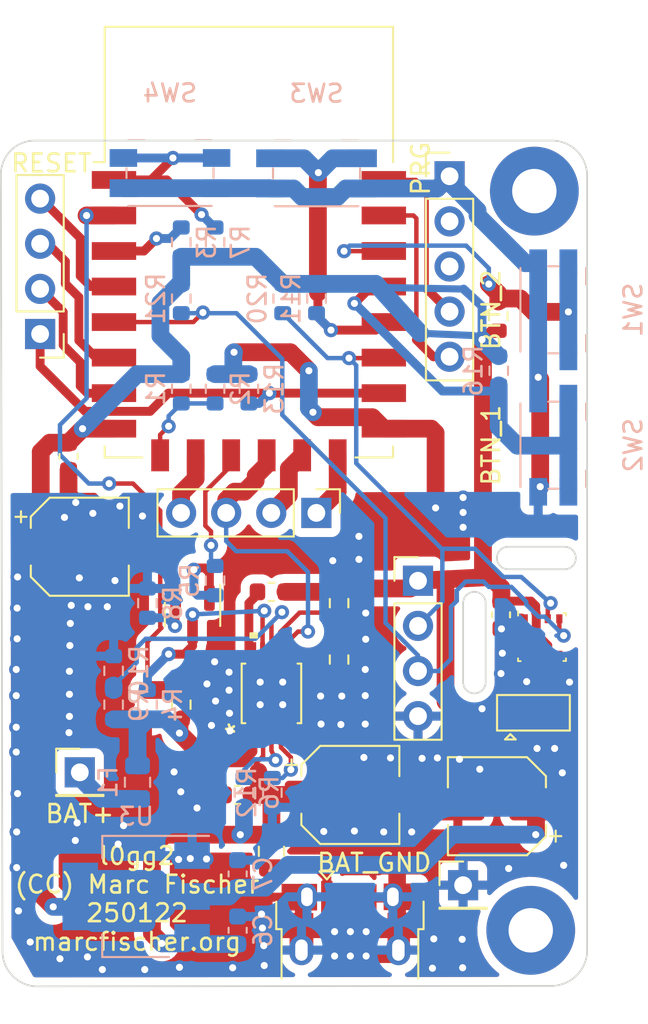
<source format=kicad_pcb>
(kicad_pcb (version 20211014) (generator pcbnew)
  (layers (0 "F.Cu" signal) (31 "B.Cu" signal) (34 "B.Paste" user) (35 "F.Paste" user) (36 "B.SilkS" user "B.Silkscreen") (37 "F.SilkS" user "F.Silkscreen") (38 "B.Mask" user) (39 "F.Mask" user) (44 "Edge.Cuts" user))
  (net 0 "")
  (net 1 "+5V")
  (net 2 "GND")
  (net 3 "+3V3")
  (net 4 "+BATT")
  (net 5 "Net-(F1-Pad2)")
  (net 6 "Net-(F2-Pad2)")
  (net 7 "Net-(J1-Pad1)")
  (net 8 "Net-(J1-Pad2)")
  (net 9 "BAT_CHARGE")
  (net 10 "Net-(J1-Pad4)")
  (net 11 "Net-(J4-Pad2)")
  (net 12 "Net-(J4-Pad4)")
  (net 13 "SDI")
  (net 14 "SCK")
  (net 17 "CTS")
  (net 18 "TXD")
  (net 19 "RXD")
  (net 20 "Net-(JP1-Pad2)")
  (net 21 "Net-(L1-Pad1)")
  (net 22 "Net-(J4-Pad1)")
  (net 23 "Net-(J4-Pad3)")
  (net 24 "EN_BUCK")
  (net 25 "Net-(R1-Pad2)")
  (net 26 "Net-(R3-Pad2)")
  (net 27 "EN_BUCK_MC")
  (net 28 "Net-(R6-Pad2)")
  (net 29 "RST")
  (net 30 "Net-(R10-Pad1)")
  (net 31 "BOOT0")
  (net 32 "Net-(R12-Pad1)")
  (net 33 "Net-(R14-Pad2)")
  (net 34 "BTN_1")
  (net 35 "BTN_2")
  (net 36 "BAT")
  (net 37 "BAT_DEEP_DISCHARGE")
  (net 39 "Net-(Q1-Pad1)")
  (net 40 "Net-(Q1-Pad2)")
  (footprint "Connector_PinHeader_2.54mm:PinHeader_1x04_P2.54mm_Vertical" (layer "F.Cu") (at 162.56 95.895)
    (fp_text reference "J5" hide)
    (fp_text value "I2C")
  )
  (footprint "Capacitor_SMD:C_0603_1608Metric" (layer "F.Cu") (at 142.875 88.9 -90)
    (fp_text reference "C4" hide)
    (fp_text value "100n")
  )
  (footprint "Fuse:Fuse_0805_2012Metric" (layer "F.Cu") (at 154.305 111.125 -90)
    (fp_text reference "F2" hide)
    (fp_text value "500mA")
  )
  (footprint "Connector_USB:USB_Micro-B_Amphenol_10103594-0001LF_Horizontal" (layer "F.Cu") (at 158.75 115.57)
    (fp_text reference "J6" hide)
    (fp_text value "USB_B_Micro")
  )
  (footprint "Resistor_SMD:R_0603_1608Metric" (layer "F.Cu") (at 147.32 102.87 -90)
    (fp_text reference "R19" hide)
    (fp_text value "470k")
  )
  (footprint "Connector_PinHeader_2.54mm:PinHeader_1x04_P2.54mm_Vertical" (layer "F.Cu") (at 156.835 92.075 -90)
    (fp_text reference "J1" hide)
    (fp_text value "DIO")
  )
  (footprint "RF_Module:ESP-12E" (layer "F.Cu") (at 153.035 76.835)
    (fp_text reference "U2" hide)
    (fp_text value "ESP-12E")
  )
  (footprint "Capacitor_SMD:CP_Elec_5x5.4" (layer "F.Cu") (at 143.51 93.98)
    (fp_text reference "C3" hide)
    (fp_text value "10µF")
  )
  (footprint "Connector_PinHeader_2.54mm:PinHeader_1x01_P2.54mm_Vertical" (layer "F.Cu") (at 143.51 106.68)
    (fp_text reference "J2" hide)
    (fp_text value "BAT+")
  )
  (footprint "Capacitor_SMD:C_0603_1608Metric" (layer "F.Cu") (at 152.4 107.95 180)
    (fp_text reference "C2" hide)
    (fp_text value "100n")
  )
  (footprint "Capacitor_SMD:CP_Elec_5x5.4" (layer "F.Cu") (at 158.75 107.95)
    (fp_text reference "C1" hide)
    (fp_text value "10µF")
  )
  (footprint "MountingHole:MountingHole_2.5mm_Pad" (layer "F.Cu") (at 169.1132 73.9648)
    (fp_text reference "REF**" hide)
    (fp_text value "MountingHole_2.5mm_Pad" hide)
  )
  (footprint "Resistor_SMD:R_0603_1608Metric" (layer "F.Cu") (at 149.225 102.87 90)
    (fp_text reference "R18" hide)
    (fp_text value "1M")
  )
  (footprint "Resistor_SMD:R_0603_1608Metric" (layer "F.Cu") (at 167.0812 81.0006 90)
    (fp_text reference "R17" hide)
    (fp_text value "10k")
  )
  (footprint "Package_LGA:Bosch_LGA-8_2.5x2.5mm_P0.65mm_ClockwisePinNumbering" (layer "F.Cu") (at 169.545 99.06)
    (fp_text reference "U4" hide)
    (fp_text value "BME280")
  )
  (footprint "Jumper:SolderJumper-3_P1.3mm_Bridged12_Pad1.0x1.5mm" (layer "F.Cu") (at 169.0624 103.3272)
    (fp_text reference "JP1" hide)
    (fp_text value "Slave_Addr")
  )
  (footprint "Capacitor_SMD:C_0603_1608Metric" (layer "F.Cu") (at 167.2336 97.8154 -90)
    (fp_text reference "C8" hide)
    (fp_text value "100n")
  )
  (footprint "Resistor_SMD:R_0603_1608Metric" (layer "F.Cu") (at 158.115 100.33 -90)
    (fp_text reference "R15" hide)
    (fp_text value "47k")
  )
  (footprint "footprints:LTC4080EMSE-PBF" (layer "F.Cu") (at 154.305 102.235 90)
    (fp_text reference "U1" hide)
    (fp_text value "LTC4080" hide)
  )
  (footprint "Inductor_SMD:L_0603_1608Metric" (layer "F.Cu") (at 154.305 96.52)
    (fp_text reference "L1" hide)
    (fp_text value "15nH")
  )
  (footprint "Connector_PinHeader_2.54mm:PinHeader_1x05_P2.54mm_Vertical" (layer "F.Cu") (at 164.338 73.1266)
    (fp_text reference "J7" hide)
    (fp_text value "FTDI")
  )
  (footprint "Resistor_SMD:R_0603_1608Metric" (layer "F.Cu") (at 158.115 97.155 -90)
    (fp_text reference "R14" hide)
    (fp_text value "150k")
  )
  (footprint "Package_TO_SOT_SMD:SOT-23" (layer "F.Cu") (at 149.86 97.79 -90)
    (fp_text reference "Q1" hide)
    (fp_text value "S8050")
  )
  (footprint "Connector_PinHeader_2.54mm:PinHeader_1x04_P2.54mm_Vertical" (layer "F.Cu") (at 141.2748 82.0066 180)
    (fp_text reference "J4" hide)
    (fp_text value "DIO")
  )
  (footprint "Capacitor_SMD:CP_Elec_5x5.4" (layer "F.Cu") (at 167.005 108.585 180)
    (fp_text reference "C5" hide)
    (fp_text value "100µF")
  )
  (footprint "" (layer "F.Cu") (at 168.91 115.57)
    (fp_text reference "")
    (fp_text value "")
  )
  (footprint "Connector_PinHeader_2.54mm:PinHeader_1x01_P2.54mm_Vertical" (layer "F.Cu") (at 165.1 113.03)
    (fp_text reference "J3" hide)
    (fp_text value "BAT_GND")
  )
  (footprint "Button_Switch_SMD:Panasonic_EVQPUJ_EVQPUA" (layer "B.Cu") (at 170.18 80.645 90)
    (fp_text reference "SW1")
    (fp_text value "BTN_2")
  )
  (footprint "Fuse:Fuse_0805_2012Metric" (layer "B.Cu") (at 146.7612 107.2365 -90)
    (fp_text reference "F1")
    (fp_text value "500mA")
  )
  (footprint "Button_Switch_SMD:Panasonic_EVQPUJ_EVQPUA" (layer "B.Cu") (at 156.845 72.9662 180)
    (fp_text reference "SW3")
    (fp_text value "PRG")
  )
  (footprint "Resistor_SMD:R_0603_1608Metric" (layer "B.Cu") (at 145.415 102.87 90)
    (fp_text reference "R9")
    (fp_text value "0")
  )
  (footprint "Resistor_SMD:R_0603_1608Metric" (layer "B.Cu") (at 154.3558 107.823 -90)
    (fp_text reference "R12")
    (fp_text value "20k")
  )
  (footprint "Resistor_SMD:R_0603_1608Metric" (layer "B.Cu") (at 154.94 80.01 -90)
    (fp_text reference "R20")
    (fp_text value "4k7")
  )
  (footprint "Resistor_SMD:R_0603_1608Metric" (layer "B.Cu") (at 147.32 97.155 90)
    (fp_text reference "R8")
    (fp_text value "1k")
  )
  (footprint "Button_Switch_SMD:Panasonic_EVQPUJ_EVQPUA" (layer "B.Cu") (at 170.18 88.265 90)
    (fp_text reference "SW2")
    (fp_text value "BTN_1")
  )
  (footprint "Resistor_SMD:R_0603_1608Metric" (layer "B.Cu") (at 149.225 80.01 -90)
    (fp_text reference "R21")
    (fp_text value "4k7")
  )
  (footprint "Button_Switch_SMD:Panasonic_EVQPUJ_EVQPUA" (layer "B.Cu") (at 148.59 72.9488 180)
    (fp_text reference "SW4")
    (fp_text value "RESET")
  )
  (footprint "Resistor_SMD:R_0603_1608Metric" (layer "B.Cu") (at 167.1066 84.074 -90)
    (fp_text reference "R16")
    (fp_text value "10k")
  )
  (footprint "Resistor_SMD:R_0603_1608Metric" (layer "B.Cu") (at 151.13 76.835 90)
    (fp_text reference "R7")
    (fp_text value "10k")
  )
  (footprint "Resistor_SMD:R_0603_1608Metric" (layer "B.Cu") (at 145.415 100.965 90)
    (fp_text reference "R10")
    (fp_text value "N.B.")
  )
  (footprint "Capacitor_SMD:C_0603_1608Metric" (layer "B.Cu") (at 152.4 112.395 90)
    (fp_text reference "C7")
    (fp_text value "100n")
  )
  (footprint "Resistor_SMD:R_0603_1608Metric" (layer "B.Cu") (at 151.13 95.885 -90)
    (fp_text reference "R5")
    (fp_text value "100")
  )
  (footprint "Resistor_SMD:R_0603_1608Metric" (layer "B.Cu") (at 152.7556 107.823 90)
    (fp_text reference "R6")
    (fp_text value "100k")
  )
  (footprint "Capacitor_SMD:C_0603_1608Metric" (layer "B.Cu") (at 152.4 115.57 90)
    (fp_text reference "C6")
    (fp_text value "100n")
  )
  (footprint "Resistor_SMD:R_0603_1608Metric" (layer "B.Cu") (at 151.13 85.09 90)
    (fp_text reference "R2")
    (fp_text value "10k")
  )
  (footprint "Resistor_SMD:R_0603_1608Metric" (layer "B.Cu") (at 156.845 80.01 -90)
    (fp_text reference "R11")
    (fp_text value "100k")
  )
  (footprint "Resistor_SMD:R_0603_1608Metric" (layer "B.Cu") (at 147.32 102.87 90)
    (fp_text reference "R4")
    (fp_text value "100k")
  )
  (footprint "Resistor_SMD:R_0603_1608Metric" (layer "B.Cu") (at 149.225 85.09 -90)
    (fp_text reference "R1")
    (fp_text value "10k")
  )
  (footprint "Package_TO_SOT_SMD:SOT-223-3_TabPin2" (layer "B.Cu") (at 146.685 113.665 180)
    (fp_text reference "U3")
    (fp_text value "AMS1117-3.3")
  )
  (footprint "Resistor_SMD:R_0603_1608Metric" (layer "B.Cu") (at 153.035 85.09 90)
    (fp_text reference "R13")
    (fp_text value "100k")
  )
  (footprint "Resistor_SMD:R_0603_1608Metric" (layer "B.Cu") (at 149.225 76.835 90)
    (fp_text reference "R3")
    (fp_text value "10k")
  )
  (gr_line (start 167.64 93.98) (end 170.815 93.98) (layer "Edge.Cuts") (width 0.1))
  (gr_arc (start 167.64 95.25) (mid 167.005 94.615) (end 167.64 93.98) (layer "Edge.Cuts") (width 0.1))
  (gr_line (start 165.1 97.155) (end 165.1 101.6) (layer "Edge.Cuts") (width 0.1))
  (gr_line (start 170.815 95.25) (end 167.64 95.25) (layer "Edge.Cuts") (width 0.1))
  (gr_arc (start 172.085 116.84) (mid 171.460741 118.139066) (end 170.132428 118.698401) (layer "Edge.Cuts") (width 0.1))
  (gr_arc (start 166.37 101.6) (mid 165.735 102.235) (end 165.1 101.6) (layer "Edge.Cuts") (width 0.1))
  (gr_arc (start 165.1 97.155) (mid 165.735 96.52) (end 166.37 97.155) (layer "Edge.Cuts") (width 0.1))
  (gr_line (start 141.035247 118.726122) (end 170.132428 118.698401) (layer "Edge.Cuts") (width 0.1))
  (gr_arc (start 141.035247 118.726122) (mid 139.7 118.11) (end 139.155239 116.744084) (layer "Edge.Cuts") (width 0.1))
  (gr_arc (start 170.102962 71.12) (mid 171.477507 71.673464) (end 172.085 73.025) (layer "Edge.Cuts") (width 0.1))
  (gr_line (start 172.085 116.84) (end 172.085 73.025) (layer "Edge.Cuts") (width 0.1))
  (gr_arc (start 170.815 93.98) (mid 171.45 94.615) (end 170.815 95.25) (layer "Edge.Cuts") (width 0.1))
  (gr_arc (start 139.065 73.025) (mid 139.622962 71.677962) (end 140.97 71.12) (layer "Edge.Cuts") (width 0.1))
  (gr_line (start 166.37 101.6) (end 166.37 97.155) (layer "Edge.Cuts") (width 0.1))
  (gr_line (start 139.065 73.025) (end 139.155239 116.744084) (layer "Edge.Cuts") (width 0.1))
  (gr_line (start 140.97 71.12) (end 170.18 71.12) (layer "Edge.Cuts") (width 0.1))
  (gr_text "l0gg2\n(CC) Marc Fischer\n250122\nmarcfischer.org" (at 146.7358 113.792) (layer "F.SilkS") (effects (font (size 1 1))))
  (segment (start 153.83652 104.4513) (end 153.83652 105.765595) (width 0.25) (layer "F.Cu") (net 1))
  (segment (start 147.574 115.7478) (end 148.1328 116.3066) (width 1) (layer "F.Cu") (net 1))
  (segment (start 147.6502 110.8456) (end 147.574 110.9218) (width 1) (layer "F.Cu") (net 1))
  (segment (start 154.305 110.1875) (end 154.305 107.9754) (width 1) (layer "F.Cu") (net 1))
  (segment (start 147.574 115.5192) (end 147.574 115.7478) (width 1) (layer "F.Cu") (net 1))
  (segment (start 153.175 107.95) (end 154.2796 107.95) (width 1) (layer "F.Cu") (net 1))
  (segment (start 153.5684 107.2388) (end 153.5684 106.649177) (width 1) (layer "F.Cu") (net 1))
  (segment (start 154.305 110.1875) (end 152.5501 110.1875) (width 1) (layer "F.Cu") (net 1))
  (segment (start 154.305 107.9754) (end 153.5684 107.2388) (width 1) (layer "F.Cu") (net 1))
  (segment (start 154.2796 107.95) (end 154.305 107.9754) (width 1) (layer "F.Cu") (net 1))
  (segment (start 154.2796 107.95) (end 156.55 107.95) (width 1) (layer "F.Cu") (net 1))
  (segment (start 152.5501 110.1875) (end 148.3083 110.1875) (width 1) (layer "F.Cu") (net 1))
  (segment (start 153.80462 104.4194) (end 153.840789 104.455569) (width 0.25) (layer "F.Cu") (net 1))
  (segment (start 153.80462 104.4194) (end 153.83652 104.4513) (width 0.25) (layer "F.Cu") (net 1))
  (segment (start 147.574 110.9218) (end 147.574 115.5192) (width 1) (layer "F.Cu") (net 1))
  (segment (start 153.83652 105.765595) (end 153.441395 106.16072) (width 0.25) (layer "F.Cu") (net 1))
  (segment (start 148.3083 110.1875) (end 147.6502 110.8456) (width 1) (layer "F.Cu") (net 1))
  (segment (start 153.441395 106.522172) (end 153.5684 106.649177) (width 0.25) (layer "F.Cu") (net 1))
  (segment (start 153.441395 106.16072) (end 153.441395 106.522172) (width 0.25) (layer "F.Cu") (net 1))
  (via (at 152.5501 110.1875) (size 0.8) (drill 0.4) (layers "F.Cu" "B.Cu") (net 1))
  (via (at 148.1328 116.3066) (size 0.8) (drill 0.4) (layers "F.Cu" "B.Cu") (net 1))
  (segment (start 150.215 116.345) (end 149.835 115.965) (width 1) (layer "B.Cu") (net 1))
  (segment (start 152.7556 109.982) (end 152.5501 110.1875) (width 1) (layer "B.Cu") (net 1))
  (segment (start 152.7556 108.648) (end 152.7556 109.982) (width 1) (layer "B.Cu") (net 1))
  (segment (start 152.4 116.345) (end 150.215 116.345) (width 1) (layer "B.Cu") (net 1))
  (segment (start 148.1328 116.3066) (end 149.4934 116.3066) (width 1) (layer "B.Cu") (net 1))
  (segment (start 149.4934 116.3066) (end 149.835 115.965) (width 1) (layer "B.Cu") (net 1))
  (segment (start 142.875 91.0844) (end 143.2814 91.4908) (width 1) (layer "F.Cu") (net 2))
  (segment (start 142.875 89.675) (end 142.875 91.0844) (width 1) (layer "F.Cu") (net 2))
  (segment (start 160.635 87.335) (end 163.3064 87.335) (width 1) (layer "F.Cu") (net 2))
  (segment (start 163.3064 87.335) (end 163.5506 87.5792) (width 1) (layer "F.Cu") (net 2))
  (segment (start 167.9702 97.9932) (end 168.402 97.9932) (width 0.5) (layer "F.Cu") (net 2))
  (segment (start 155.3718 83.0326) (end 156.4132 84.074) (width 1) (layer "F.Cu") (net 2))
  (segment (start 169.22 101.036) (end 168.6814 101.5746) (width 0.25) (layer "F.Cu") (net 2))
  (segment (start 163.5506 87.5792) (end 163.5506 91.7956) (width 1) (layer "F.Cu") (net 2))
  (segment (start 169.22 100.085) (end 169.22 101.036) (width 0.25) (layer "F.Cu") (net 2))
  (segment (start 167.2336 98.5904) (end 167.373 98.5904) (width 0.5) (layer "F.Cu") (net 2))
  (segment (start 167.373 98.5904) (end 167.9702 97.9932) (width 0.5) (layer "F.Cu") (net 2))
  (segment (start 156.6418 86.4108) (end 156.9212 86.6902) (width 1) (layer "F.Cu") (net 2))
  (segment (start 159.9902 86.6902) (end 160.635 87.335) (width 1) (layer "F.Cu") (net 2))
  (segment (start 152.1968 83.0326) (end 155.3718 83.0326) (width 1) (layer "F.Cu") (net 2))
  (segment (start 169.4434 84.5548) (end 169.33 84.4414) (width 1) (layer "F.Cu") (net 2))
  (segment (start 156.9212 86.6902) (end 159.9902 86.6902) (width 1) (layer "F.Cu") (net 2))
  (segment (start 169.4434 90.6018) (end 169.4434 84.5548) (width 1) (layer "F.Cu") (net 2))
  (via (at 139.9286 100.8888) (size 0.8) (drill 0.4) (layers "F.Cu" "B.Cu") (net 2))
  (via (at 170.7642 111.9124) (size 0.8) (drill 0.4) (layers "F.Cu" "B.Cu") (net 2))
  (via (at 157.861 115.6462) (size 0.8) (drill 0.4) (layers "F.Cu" "B.Cu") (net 2))
  (via (at 151.9428 103.3526) (size 0.8) (drill 0.4) (layers "F.Cu" "B.Cu") (net 2))
  (via (at 159.6136 97.7138) (size 0.8) (drill 0.4) (layers "F.Cu" "B.Cu") (net 2))
  (via (at 139.9286 102.362) (size 0.8) (drill 0.4) (layers "F.Cu" "B.Cu") (net 2))
  (via (at 151.9174 102.0572) (size 0.8) (drill 0.4) (layers "F.Cu" "B.Cu") (net 2))
  (via (at 163.449 116.0526) (size 0.8) (drill 0.4) (layers "F.Cu" "B.Cu") (net 2))
  (via (at 164.8968 105.9434) (size 0.8) (drill 0.4) (layers "F.Cu" "B.Cu") (net 2))
  (via (at 139.954 112.0394) (size 0.8) (drill 0.4) (layers "F.Cu" "B.Cu") (net 2))
  (via (at 147.0406 92.2528) (size 0.8) (drill 0.4) (layers "F.Cu" "B.Cu") (net 2))
  (via (at 169.2656 105.3338) (size 0.8) (drill 0.4) (layers "F.Cu" "B.Cu") (net 2))
  (via (at 142.9258 103.5304) (size 0.8) (drill 0.4) (layers "F.Cu" "B.Cu") (net 2))
  (via (at 157.861 117.0178) (size 0.8) (drill 0.4) (layers "F.Cu" "B.Cu") (net 2))
  (via (at 153.67 102.87) (size 0.8) (drill 0.4) (layers "F.Cu" "B.Cu") (net 2))
  (via (at 150.6728 101.7016) (size 0.8) (drill 0.4) (layers "F.Cu" "B.Cu") (net 2))
  (via (at 165.1 91.2114) (size 0.8) (drill 0.4) (layers "F.Cu" "B.Cu") (net 2))
  (via (at 158.75 115.6462) (size 0.8) (drill 0.4) (layers "F.Cu" "B.Cu") (net 2))
  (via (at 159.2326 94.6912) (size 0.8) (drill 0.4) (layers "F.Cu" "B.Cu") (net 2))
  (via (at 153.8732 116.4336) (size 0.8) (drill 0.4) (layers "F.Cu" "B.Cu") (net 2))
  (via (at 159.5882 102.362) (size 0.8) (drill 0.4) (layers "F.Cu" "B.Cu") (net 2))
  (via (at 149.1996 107.7722) (size 0.8) (drill 0.4) (layers "F.Cu" "B.Cu") (net 2))
  (via (at 159.5882 100.8888) (size 0.8) (drill 0.4) (layers "F.Cu" "B.Cu") (net 2))
  (via (at 153.797 115.443) (size 0.8) (drill 0.4) (layers "F.Cu" "B.Cu") (net 2))
  (via (at 142.3924 117.1702) (size 0.8) (drill 0.4) (layers "F.Cu" "B.Cu") (net 2))
  (via (at 157.099 103.9622) (size 0.8) (drill 0.4) (layers "F.Cu" "B.Cu") (net 2))
  (via (at 162.7886 105.8926) (size 0.8) (drill 0.4) (layers "F.Cu" "B.Cu") (net 2))
  (via (at 151.1554 102.6668) (size 0.8) (drill 0.4) (layers "F.Cu" "B.Cu") (net 2))
  (via (at 139.9286 104.14) (size 0.8) (drill 0.4) (layers "F.Cu" "B.Cu") (net 2))
  (via (at 159.2326 93.3958) (size 0.8) (drill 0.4) (layers "F.Cu" "B.Cu") (net 2))
  (via (at 149.733 111.5314) (size 0.8) (drill 0.4) (layers "F.Cu" "B.Cu") (net 2))
  (via (at 165.1 92.0496) (size 0.8) (drill 0.4) (layers "F.Cu" "B.Cu") (net 2))
  (via (at 150.9268 104.0384) (size 0.8) (drill 0.4) (layers "F.Cu" "B.Cu") (net 2))
  (via (at 148.8186 106.6546) (size 0.8) (drill 0.4) (layers "F.Cu" "B.Cu") (net 2))
  (via (at 171.0944 101.6) (size 0.8) (drill 0.4) (layers "F.Cu" "B.Cu") (net 2))
  (via (at 159.6136 99.187) (size 0.8) (drill 0.4) (layers "F.Cu" "B.Cu") (net 2))
  (via (at 154.94 101.6) (size 0.8) (drill 0.4) (layers "F.Cu" "B.Cu") (net 2))
  (via (at 159.639 117.0178) (size 0.8) (drill 0.4) (layers "F.Cu" "B.Cu") (net 2))
  (via (at 151.9174 101.0412) (size 0.8) (drill 0.4) (layers "F.Cu" "B.Cu") (net 2))
  (via (at 140.0556 114.4778) (size 0.8) (drill 0.4) (layers "F.Cu" "B.Cu") (net 2))
  (via (at 145.669 110.7186) (size 0.8) (drill 0.4) (layers "F.Cu" "B.Cu") (net 2))
  (via (at 143.4846 95.7326) (size 0.8) (drill 0.4) (layers "F.Cu" "B.Cu") (net 2))
  (via (at 140.716 116.2304) (size 0.8) (drill 0.4) (layers "F.Cu" "B.Cu") (net 2))
  (via (at 140.0048 95.6818) (size 0.8) (drill 0.4) (layers "F.Cu" "B.Cu") (net 2))
  (via (at 169.4434 90.6018) (size 0.8) (drill 0.4) (layers "F.Cu" "B.Cu") (net 2))
  (via (at 167.259 98.6028) (size 0.8) (drill 0.4) (layers "F.Cu" "B.Cu") (net 2))
  (via (at 140.0048 107.8738) (size 0.8) (drill 0.4) (layers "F.Cu" "B.Cu") (net 2))
  (via (at 158.75 117.0178) (size 0.8) (drill 0.4) (layers "F.Cu" "B.Cu") (net 2))
  (via (at 142.9258 102.2858) (size 0.8) (drill 0.4) (layers "F.Cu" "B.Cu") (net 2))
  (via (at 151.9682 104.3432) (size 0.8) (drill 0.4) (layers "F.Cu" "B.Cu") (net 2))
  (via (at 145.9738 109.6772) (size 0.8) (drill 0.4) (layers "F.Cu" "B.Cu") (net 2))
  (via (at 170.2562 105.3338) (size 0.8) (drill 0.4) (layers "F.Cu" "B.Cu") (net 2))
  (via (at 139.9286 105.537) (size 0.8) (drill 0.4) (layers "F.Cu" "B.Cu") (net 2))
  (via (at 142.9004 104.4448) (size 0.8) (drill 0.4) (layers "F.Cu" "B.Cu") (net 2))
  (via (at 167.3098 99.9744) (size 0.8) (drill 0.4) (layers "F.Cu" "B.Cu") (net 2))
  (via (at 142.9258 100.9904) (size 0.8) (drill 0.4) (layers "F.Cu" "B.Cu") (net 2))
  (via (at 165.0746 117.6782) (size 0.8) (drill 0.4) (layers "F.Cu" "B.Cu") (net 2))
  (via (at 149.0726 111.5822) (size 0.8) (drill 0.4) (layers "F.Cu" "B.Cu") (net 2))
  (via (at 163.6522 105.8672) (size 0.8) (drill 0.4) (layers "F.Cu" "B.Cu") (net 2))
  (via (at 162.2044 110.0328) (size 0.8) (drill 0.4) (layers "F.Cu" "B.Cu") (net 2))
  (via (at 143.0274 97.282) (size 0.8) (drill 0.4) (layers "F.Cu" "B.Cu") (net 2))
  (via (at 166.1668 103.0986) (size 0.8) (drill 0.4) (layers "F.Cu" "B.Cu") (net 2))
  (via (at 158.2166 103.9876) (size 0.8) (drill 0.4) (layers "F.Cu" "B.Cu") (net 2))
  (via (at 160.6296 110.0328) (size 0.8) (drill 0.4) (layers "F.Cu" "B.Cu") (net 2))
  (via (at 170.688 106.7054) (size 0.8) (drill 0.4) (layers "F.Cu" "B.Cu") (net 2))
  (via (at 143.9418 117.0686) (size 0.8) (drill 0.4) (layers "F.Cu" "B.Cu") (net 2))
  (via (at 167.6654 112.0902) (size 0.8) (drill 0.4) (layers "F.Cu" "B.Cu") (net 2))
  (via (at 161.0106 105.8672) (size 0.8) (drill 0.4) (layers "F.Cu" "B.Cu") (net 2))
  (via (at 168.6814 101.5746) (size 0.8) (drill 0.4) (layers "F.Cu" "B.Cu") (net 2))
  (via (at 153.67 101.6) (size 0.8) (drill 0.4) (layers "F.Cu" "B.Cu") (net 2))
  (via (at 142.9766 98.298) (size 0.8) (drill 0.4) (layers "F.Cu" "B.Cu") (net 2))
  (via (at 147.1676 117.7798) (size 0.8) (drill 0.4) (layers "F.Cu" "B.Cu") (net 2))
  (via (at 158.9786 109.982) (size 0.8) (drill 0.4) (layers "F.Cu" "B.Cu") (net 2))
  (via (at 156.4132 84.074) (size 0.8) (drill 0.4) (layers "F.Cu" "B.Cu") (net 2))
  (via (at 158.2674 102.3874) (size 0.8) (drill 0.4) (layers "F.Cu" "B.Cu") (net 2))
  (via (at 153.7462 114.6556) (size 0.8) (drill 0.4) (layers "F.Cu" "B.Cu") (net 2))
  (via (at 154.94 102.87) (size 0.8) (drill 0.4) (layers "F.Cu" "B.Cu") (net 2))
  (via (at 150.114 108.6866) (size 0.8) (drill 0.4) (layers "F.Cu" "B.Cu") (net 2))
  (via (at 144.2466 92.1004) (size 0.8) (drill 0.4) (layers "F.Cu" "B.Cu") (net 2))
  (via (at 143.2814 91.4908) (size 0.8) (drill 0.4) (layers "F.Cu" "B.Cu") (net 2))
  (via (at 165.1 92.8878) (size 0.8) (drill 0.4) (layers "F.Cu" "B.Cu") (net 2))
  (via (at 139.954 110.0328) (size 0.8) (drill 0.4) (layers "F.Cu" "B.Cu") (net 2))
  (via (at 152.1206 117.6782) (size 0.8) (drill 0.4) (layers "F.Cu" "B.Cu") (net 2))
  (via (at 159.512 105.8418) (size 0.8) (drill 0.4) (layers "F.Cu" "B.Cu") (net 2))
  (via (at 167.2336 101.1174) (size 0.8) (drill 0.4) (layers "F.Cu" "B.Cu") (net 2))
  (via (at 151.1046 100.457) (size 0.8) (drill 0.4) (layers "F.Cu" "B.Cu") (net 2))
  (via (at 144.78 117.7798) (size 0.8) (drill 0.4) (layers "F.Cu" "B.Cu") (net 2))
  (via (at 145.7706 91.694) (size 0.8) (drill 0.4) (layers "F.Cu" "B.Cu") (net 2))
  (via (at 143.3576 109.5248) (size 0.8) (drill 0.4) (layers "F.Cu" "B.Cu") (net 2))
  (via (at 166.0398 106.5022) (size 0.8) (drill 0.4) (layers "F.Cu" "B.Cu") (net 2))
  (via (at 163.3728 117.7036) (size 0.8) (drill 0.4) (layers "F.Cu" "B.Cu") (net 2))
  (via (at 157.0736 102.3874) (size 0.8) (drill 0.4) (layers "F.Cu" "B.Cu") (net 2))
  (via (at 157.7594 94.7674) (size 0.8) (drill 0.4) (layers "F.Cu" "B.Cu") (net 2))
  (via (at 139.9794 97.4344) (size 0.8) (drill 0.4) (layers "F.Cu" "B.Cu") (net 2))
  (via (at 153.8986 117.5512) (size 0.8) (drill 0.4) (layers "F.Cu" "B.Cu") (net 2))
  (via (at 165.0492 116.078) (size 0.8) (drill 0.4) (layers "F.Cu" "B.Cu") (net 2))
  (via (at 152.1968 83.0326) (size 0.8) (drill 0.4) (layers "F.Cu" "B.Cu") (net 2))
  (via (at 142.6464 92.329) (size 0.8) (drill 0.4) (layers "F.Cu" "B.Cu") (net 2))
  (via (at 169.33 84.4414) (size 0.8) (drill 0.4) (layers "F.Cu" "B.Cu") (net 2))
  (via (at 145.0594 97.3582) (size 0.8) (drill 0.4) (layers "F.Cu" "B.Cu") (net 2))
  (via (at 142.9512 99.5426) (size 0.8) (drill 0.4) (layers "F.Cu" "B.Cu") (net 2))
  (via (at 159.5882 103.9622) (size 0.8) (drill 0.4) (layers "F.Cu" "B.Cu") (net 2))
  (via (at 156.6418 86.4108) (size 0.8) (drill 0.4) (layers "F.Cu" "B.Cu") (net 2))
  (via (at 157.2514 110.0074) (size 0.8) (drill 0.4) (layers "F.Cu" "B.Cu") (net 2))
  (via (at 143.9672 97.3582) (size 0.8) (drill 0.4) (layers "F.Cu" "B.Cu") (net 2))
  (via (at 150.6474 111.5568) (size 0.8) (drill 0.4) (layers "F.Cu" "B.Cu") (net 2))
  (via (at 159.639 115.6462) (size 0.8) (drill 0.4) (layers "F.Cu" "B.Cu") (net 2))
  (via (at 163.5506 91.7956) (size 0.8) (drill 0.4) (layers "F.Cu" "B.Cu") (net 2))
  (via (at 143.256 110.5154) (size 0.8) (drill 0.4) (layers "F.Cu" "B.Cu") (net 2))
  (via (at 149.1234 117.6528) (size 0.8) (drill 0.4) (layers "F.Cu" "B.Cu") (net 2))
  (via (at 139.9794 99.1616) (size 0.8) (drill 0.4) (layers "F.Cu" "B.Cu") (net 2))
  (via (at 145.4912 95.885) (size 0.8) (drill 0.4) (layers "F.Cu" "B.Cu") (net 2))
  (segment (start 158.0134 74.295) (end 158.4922 73.8162) (width 1) (layer "B.Cu") (net 2))
  (segment (start 152.1592 83.0702) (end 152.1968 83.0326) (width 1) (layer "B.Cu") (net 2))
  (segment (start 164.338 73.475259) (end 165.913689 75.050948) (width 1) (layer "B.Cu") (net 2))
  (segment (start 168.5964 78.02) (end 169.33 78.02) (width 1) (layer "B.Cu") (net 2))
  (segment (start 169.33 84.4414) (end 169.33 85.64) (width 1) (layer "B.Cu") (net 2))
  (segment (start 165.913689 75.050948) (end 165.913689 75.337289) (width 1) (layer "B.Cu") (net 2))
  (segment (start 153.035 84.265) (end 152.1592 84.265) (width 1) (layer "B.Cu") (net 2))
  (segment (start 145.965 73.7988) (end 151.215 73.7988) (width 1) (layer "B.Cu") (net 2))
  (segment (start 169.33 90.7152) (end 169.4434 90.6018) (width 1) (layer "B.Cu") (net 2))
  (segment (start 158.4922 73.8162) (end 159.47 73.8162) (width 1) (layer "B.Cu") (net 2))
  (segment (start 154.22 73.8162) (end 155.5534 73.8162) (width 1) (layer "B.Cu") (net 2))
  (segment (start 156.0322 74.295) (end 158.0134 74.295) (width 1) (layer "B.Cu") (net 2))
  (segment (start 156.4132 86.1822) (end 156.6418 86.4108) (width 1) (layer "B.Cu") (net 2))
  (segment (start 159.47 73.8162) (end 163.6484 73.8162) (width 1) (layer "B.Cu") (net 2))
  (segment (start 163.6484 73.8162) (end 164.338 73.1266) (width 1) (layer "B.Cu") (net 2))
  (segment (start 165.913689 75.337289) (end 168.5964 78.02) (width 1) (layer "B.Cu") (net 2))
  (segment (start 154.2026 73.7988) (end 154.22 73.8162) (width 1) (layer "B.Cu") (net 2))
  (segment (start 169.33 83.27) (end 169.33 84.4414) (width 1) (layer "B.Cu") (net 2))
  (segment (start 151.215 73.7988) (end 154.2026 73.7988) (width 1) (layer "B.Cu") (net 2))
  (segment (start 155.5534 73.8162) (end 156.0322 74.295) (width 1) (layer "B.Cu") (net 2))
  (segment (start 156.4132 84.074) (end 156.4132 86.1822) (width 1) (layer "B.Cu") (net 2))
  (segment (start 164.338 73.1266) (end 164.338 73.475259) (width 1) (layer "B.Cu") (net 2))
  (segment (start 152.1592 84.265) (end 151.13 84.265) (width 1) (layer "B.Cu") (net 2))
  (segment (start 152.1592 84.265) (end 152.1592 83.0702) (width 1) (layer "B.Cu") (net 2))
  (segment (start 169.33 78.02) (end 169.33 83.27) (width 1) (layer "B.Cu") (net 2))
  (segment (start 169.33 90.89) (end 169.33 90.7152) (width 1) (layer "B.Cu") (net 2))
  (segment (start 166.2176 82.3722) (end 166.1668 82.3214) (width 1) (layer "F.Cu") (net 3))
  (segment (start 169.205 107.7878) (end 169.205 108.585) (width 1) (layer "F.Cu") (net 3))
  (segment (start 166.6626 81.8256) (end 166.1668 82.3214) (width 0.5) (layer "F.Cu") (net 3))
  (segment (start 167.1828 105.7656) (end 166.7129 105.2957) (width 1) (layer "F.Cu") (net 3))
  (segment (start 158.115 96.33) (end 162.125 96.33) (width 1) (layer "F.Cu") (net 3))
  (segment (start 168.57 100.085) (end 168.57 99.5374) (width 0.5) (layer "F.Cu") (net 3))
  (segment (start 164.109511 102.692311) (end 164.109511 95.935449) (width 1) (layer "F.Cu") (net 3))
  (segment (start 141.31 113.5478) (end 142.0114 114.2492) (width 1) (layer "F.Cu") (net 3))
  (segment (start 169.87 99.5374) (end 169.22 98.8874) (width 0.5) (layer "F.Cu") (net 3))
  (segment (start 167.1828 105.7656) (end 169.205 107.7878) (width 1) (layer "F.Cu") (net 3))
  (segment (start 141.8212 88.125) (end 142.875 88.125) (width 1) (layer "F.Cu") (net 3))
  (segment (start 141.31 88.6362) (end 141.8212 88.125) (width 1) (layer "F.Cu") (net 3))
  (segment (start 169.205 108.585) (end 168.656 108.585) (width 1) (layer "F.Cu") (net 3))
  (segment (start 169.87 100.085) (end 169.87 100.556209) (width 0.5) (layer "F.Cu") (net 3))
  (segment (start 162.125 96.33) (end 162.56 95.895) (width 1) (layer "F.Cu") (net 3))
  (segment (start 141.31 93.98) (end 141.31 88.6362) (width 1) (layer "F.Cu") (net 3))
  (segment (start 166.7129 105.2957) (end 164.109511 102.692311) (width 1) (layer "F.Cu") (net 3))
  (segment (start 166.7002 95.6818) (end 166.7002 95.7326) (width 1) (layer "F.Cu") (net 3))
  (segment (start 141.31 93.98) (end 141.31 113.5478) (width 1) (layer "F.Cu") (net 3))
  (segment (start 167.0812 81.8256) (end 166.6626 81.8256) (width 0.5) (layer "F.Cu") (net 3))
  (segment (start 164.109511 95.935449) (end 164.23628 95.80868) (width 1) (layer "F.Cu") (net 3))
  (segment (start 162.56 95.895) (end 164.23628 95.80868) (width 1) (layer "F.Cu") (net 3))
  (segment (start 145.435 87.335) (end 143.665 87.335) (width 1) (layer "F.Cu") (net 3))
  (segment (start 169.1894 97.3074) (end 168.9224 97.0404) (width 0.5) (layer "F.Cu") (net 3))
  (segment (start 169.205 108.585) (end 169.205 110.1696) (width 1) (layer "F.Cu") (net 3))
  (segment (start 169.22 98.035) (end 169.22 97.726591) (width 0.5) (layer "F.Cu") (net 3))
  (segment (start 167.259 96.2914) (end 167.259 97.015) (width 1) (layer "F.Cu") (net 3))
  (segment (start 169.22 98.8874) (end 169.22 98.035) (width 0.5) (layer "F.Cu") (net 3))
  (segment (start 169.87 100.085) (end 169.87 99.5374) (width 0.5) (layer "F.Cu") (net 3))
  (segment (start 143.665 87.335) (end 142.875 88.125) (width 1) (layer "F.Cu") (net 3))
  (segment (start 167.259 97.015) (end 167.2336 97.0404) (width 1) (layer "F.Cu") (net 3))
  (segment (start 169.202191 97.726591) (end 169.1894 97.7138) (width 0.5) (layer "F.Cu") (net 3))
  (segment (start 168.57 99.5374) (end 169.22 98.8874) (width 0.5) (layer "F.Cu") (net 3))
  (segment (start 157.925 96.52) (end 158.115 96.33) (width 1) (layer "F.Cu") (net 3))
  (segment (start 155.0925 96.52) (end 157.925 96.52) (width 1) (layer "F.Cu") (net 3))
  (segment (start 167.7624 103.3272) (end 167.7624 104.2462) (width 0.5) (layer "F.Cu") (net 3))
  (segment (start 166.2176 95.5548) (end 166.2176 82.3722) (width 1) (layer "F.Cu") (net 3))
  (segment (start 164.23628 95.80868) (end 166.7002 95.6818) (width 1) (layer "F.Cu") (net 3))
  (segment (start 168.656 108.585) (end 168.3766 108.3056) (width 1) (layer "F.Cu") (net 3))
  (segment (start 169.1894 97.7138) (end 169.1894 97.3074) (width 0.5) (layer "F.Cu") (net 3))
  (segment (start 166.7002 95.7326) (end 167.259 96.2914) (width 1) (layer "F.Cu") (net 3))
  (segment (start 169.205 110.1696) (end 169.1894 110.1852) (width 1) (layer "F.Cu") (net 3))
  (segment (start 166.7002 95.6818) (end 166.3446 95.6818) (width 1) (layer "F.Cu") (net 3))
  (segment (start 169.205 108.585) (end 169.4688 108.585) (width 1) (layer "F.Cu") (net 3))
  (segment (start 168.9224 97.0404) (end 167.2336 97.0404) (width 0.5) (layer "F.Cu") (net 3))
  (segment (start 166.3446 95.6818) (end 166.2176 95.5548) (width 1) (layer "F.Cu") (net 3))
  (segment (start 168.57 100.6094) (end 168.57 100.085) (width 0.5) (layer "F.Cu") (net 3))
  (segment (start 167.7624 104.2462) (end 166.7129 105.2957) (width 0.5) (layer "F.Cu") (net 3))
  (segment (start 169.22 97.726591) (end 169.202191 97.726591) (width 0.5) (layer "F.Cu") (net 3))
  (via (at 166.1668 82.3214) (size 0.8) (drill 0.4) (layers "F.Cu" "B.Cu") (net 3))
  (via (at 169.1894 110.1852) (size 0.8) (drill 0.4) (layers "F.Cu" "B.Cu") (net 3))
  (via (at 142.0114 114.2492) (size 0.8) (drill 0.4) (layers "F.Cu" "B.Cu") (net 3))
  (via (at 143.665 87.335) (size 0.8) (drill 0.4) (layers "F.Cu" "B.Cu") (net 3))
  (segment (start 149.225 79.185) (end 149.127887 79.185) (width 1) (layer "B.Cu") (net 3))
  (segment (start 164.4904 110.1852) (end 169.1894 110.1852) (width 1) (layer "B.Cu") (net 3))
  (segment (start 148.3868 112.903) (end 148.7424 112.903) (width 1) (layer "B.Cu") (net 3))
  (segment (start 142.9508 114.2492) (end 143.535 113.665) (width 1) (layer "B.Cu") (net 3))
  (segment (start 149.127887 79.185) (end 148.05048 80.262407) (width 1) (layer "B.Cu") (net 3))
  (segment (start 149.225 83.2866) (end 149.225 84.265) (width 1) (layer "B.Cu") (net 3))
  (segment (start 165.7096 82.0928) (end 162.687 81.9658) (width 0.4) (layer "B.Cu") (net 3))
  (segment (start 149.225 84.265) (end 146.735 84.265) (width 1) (layer "B.Cu") (net 3))
  (segment (start 146.735 84.265) (end 143.665 87.335) (width 1) (layer "B.Cu") (net 3))
  (segment (start 165.1254 79.4766) (end 166.1668 80.4418) (width 0.5) (layer "B.Cu") (net 3))
  (segment (start 149.225 79.185) (end 149.225 77.66) (width 1) (layer "B.Cu") (net 3))
  (segment (start 149.835 113.665) (end 151.905 113.665) (width 1) (layer "B.Cu") (net 3))
  (segment (start 162.7886 111.887) (end 164.4904 110.1852) (width 1) (layer "B.Cu") (net 3))
  (segment (start 167.1066 83.249) (end 167.0944 83.249) (width 1) (layer "B.Cu") (net 3))
  (segment (start 148.2598 113.03) (end 148.3868 112.903) (width 1) (layer "B.Cu") (net 3))
  (segment (start 155.2448 111.887) (end 162.7886 111.887) (width 1) (layer "B.Cu") (net 3))
  (segment (start 148.05048 82.11208) (end 149.225 83.2866) (width 1) (layer "B.Cu") (net 3))
  (segment (start 143.535 113.665) (end 149.835 113.665) (width 1) (layer "B.Cu") (net 3))
  (segment (start 160.381711 79.381111) (end 160.1856 79.185) (width 0.25) (layer "B.Cu") (net 3))
  (segment (start 151.905 113.665) (end 152.4 113.17) (width 1) (layer "B.Cu") (net 3))
  (segment (start 151.13 77.66) (end 153.415 77.66) (width 1) (layer "B.Cu") (net 3))
  (segment (start 143.535 113.665) (end 143.535 114.4012) (width 1) (layer "B.Cu") (net 3))
  (segment (start 152.4 113.17) (end 153.9618 113.17) (width 1) (layer "B.Cu") (net 3))
  (segment (start 160.1856 79.185) (end 162.687 81.9658) (width 1) (layer "B.Cu") (net 3))
  (segment (start 165.1254 79.4766) (end 160.381711 79.381111) (width 0.4) (layer "B.Cu") (net 3))
  (segment (start 144.0688 114.5032) (end 148.1836 114.5032) (width 1) (layer "B.Cu") (net 3))
  (segment (start 143.535 113.665) (end 143.535 113.3352) (width 1) (layer "B.Cu") (net 3))
  (segment (start 153.415 77.66) (end 154.94 79.185) (width 1) (layer "B.Cu") (net 3))
  (segment (start 153.9618 113.17) (end 155.2448 111.887) (width 1) (layer "B.Cu") (net 3))
  (segment (start 148.1836 114.5032) (end 148.3868 114.3) (width 1) (layer "B.Cu") (net 3))
  (segment (start 144.1958 112.6744) (end 147.9042 112.6744) (width 1) (layer "B.Cu") (net 3))
  (segment (start 143.535 113.9694) (end 144.0688 114.5032) (width 1) (layer "B.Cu") (net 3))
  (segment (start 144.2974 115.1636) (end 147.2692 115.1636) (width 1) (layer "B.Cu") (net 3))
  (segment (start 149.225 77.66) (end 151.13 77.66) (width 1) (layer "B.Cu") (net 3))
  (segment (start 147.9042 112.6744) (end 148.2598 113.03) (width 1) (layer "B.Cu") (net 3))
  (segment (start 167.0944 83.249) (end 166.1668 82.3214) (width 1) (layer "B.Cu") (net 3))
  (segment (start 156.845 79.185) (end 160.1856 79.185) (width 1) (layer "B.Cu") (net 3))
  (segment (start 166.1668 80.4418) (end 166.1668 82.3214) (width 0.5) (layer "B.Cu") (net 3))
  (segment (start 143.535 113.665) (end 143.535 113.9694) (width 1) (layer "B.Cu") (net 3))
  (segment (start 143.535 114.4012) (end 144.2974 115.1636) (width 1) (layer "B.Cu") (net 3))
  (segment (start 154.94 79.185) (end 156.845 79.185) (width 1) (layer "B.Cu") (net 3))
  (segment (start 143.535 113.3352) (end 144.1958 112.6744) (width 1) (layer "B.Cu") (net 3))
  (segment (start 166.1668 82.3214) (end 165.7096 82.0928) (width 0.25) (layer "B.Cu") (net 3))
  (segment (start 142.0114 114.2492) (end 142.9508 114.2492) (width 1) (layer "B.Cu") (net 3))
  (segment (start 148.05048 80.262407) (end 148.05048 82.11208) (width 1) (layer "B.Cu") (net 3))
  (segment (start 153.30424 105.24236) (end 153.162 105.3846) (width 0.3) (layer "F.Cu") (net 4))
  (segment (start 153.162 105.3846) (end 153.162 105.4862) (width 0.7) (layer "F.Cu") (net 4))
  (segment (start 149.1234 104.4702) (end 149.1234 103.7966) (width 1) (layer "F.Cu") (net 4))
  (segment (start 150.5458 105.8926) (end 152.6286 105.8926) (width 1) (layer "F.Cu") (net 4))
  (segment (start 153.30424 104.4194) (end 153.30424 105.24236) (width 0.3) (layer "F.Cu") (net 4))
  (segment (start 152.7556 105.8926) (end 152.6286 105.8926) (width 0.25) (layer "F.Cu") (net 4))
  (segment (start 149.1234 104.4702) (end 150.5458 105.8926) (width 1) (layer "F.Cu") (net 4))
  (segment (start 149.1234 103.7966) (end 149.225 103.695) (width 1) (layer "F.Cu") (net 4))
  (segment (start 152.781 105.8672) (end 152.7556 105.8926) (width 0.25) (layer "F.Cu") (net 4))
  (segment (start 153.162 105.4862) (end 152.781 105.8672) (width 0.7) (layer "F.Cu") (net 4))
  (via (at 149.1234 104.4702) (size 0.8) (drill 0.4) (layers "F.Cu" "B.Cu") (net 4))
  (segment (start 148.3482 103.695) (end 149.1234 104.4702) (width 1) (layer "B.Cu") (net 4))
  (segment (start 147.32 103.695) (end 148.3482 103.695) (width 1) (layer "B.Cu") (net 4))
  (segment (start 146.7612 104.2538) (end 147.32 103.695) (width 1) (layer "B.Cu") (net 4))
  (segment (start 146.7612 106.299) (end 146.7612 104.2538) (width 1) (layer "B.Cu") (net 4))
  (segment (start 145.415 103.695) (end 147.32 103.695) (width 1) (layer "B.Cu") (net 4))
  (segment (start 143.51 106.68) (end 143.51 106.9594) (width 1) (layer "B.Cu") (net 5))
  (segment (start 143.51 106.9594) (end 144.7246 108.174) (width 1) (layer "B.Cu") (net 5))
  (segment (start 144.7246 108.174) (end 146.7612 108.174) (width 1) (layer "B.Cu") (net 5))
  (segment (start 156.8935 112.0625) (end 154.305 112.0625) (width 0.5) (layer "F.Cu") (net 6))
  (segment (start 157.425 113.805) (end 157.425 112.594) (width 0.5) (layer "F.Cu") (net 6))
  (segment (start 157.425 112.594) (end 156.8935 112.0625) (width 0.5) (layer "F.Cu") (net 6))
  (segment (start 158.035 90.875) (end 156.835 92.075) (width 1) (layer "F.Cu") (net 7))
  (segment (start 158.035 88.835) (end 158.035 90.875) (width 1) (layer "F.Cu") (net 7))
  (segment (start 156.035 88.835) (end 155.285489 89.584511) (width 1) (layer "F.Cu") (net 8))
  (segment (start 155.285489 91.084511) (end 154.295 92.075) (width 1) (layer "F.Cu") (net 8))
  (segment (start 155.285489 89.584511) (end 155.285489 91.084511) (width 1) (layer "F.Cu") (net 8))
  (segment (start 152.2222 90.8812) (end 151.755 91.3484) (width 1) (layer "F.Cu") (net 9))
  (segment (start 155.6766 98.8822) (end 155.8036 98.7552) (width 0.25) (layer "F.Cu") (net 9))
  (segment (start 151.755 91.3484) (end 151.755 92.075) (width 1) (layer "F.Cu") (net 9))
  (segment (start 154.035 89.3732) (end 153.416 89.9922) (width 1) (layer "F.Cu") (net 9))
  (segment (start 153.416 89.9922) (end 153.416 90.253022) (width 1) (layer "F.Cu") (net 9))
  (segment (start 153.416 90.253022) (end 152.787822 90.8812) (width 1) (layer "F.Cu") (net 9))
  (segment (start 155.8036 98.7552) (end 156.3624 98.7552) (width 0.25) (layer "F.Cu") (net 9))
  (segment (start 152.787822 90.8812) (end 152.2222 90.8812) (width 1) (layer "F.Cu") (net 9))
  (segment (start 154.035 88.835) (end 154.035 89.3732) (width 1) (layer "F.Cu") (net 9))
  (segment (start 155.30576 99.25304) (end 155.6766 98.8822) (width 0.25) (layer "F.Cu") (net 9))
  (segment (start 155.30576 100.0506) (end 155.30576 99.25304) (width 0.25) (layer "F.Cu") (net 9))
  (via (at 156.3624 98.7552) (size 0.8) (drill 0.4) (layers "F.Cu" "B.Cu") (net 9))
  (segment (start 151.755 93.6652) (end 151.755 92.075) (width 0.25) (layer "B.Cu") (net 9))
  (segment (start 152.3238 94.234) (end 151.755 93.6652) (width 0.25) (layer "B.Cu") (net 9))
  (segment (start 156.3624 98.7552) (end 156.3624 95.4024) (width 0.25) (layer "B.Cu") (net 9))
  (segment (start 156.3624 95.4024) (end 155.194 94.234) (width 0.25) (layer "B.Cu") (net 9))
  (segment (start 155.194 94.234) (end 152.3238 94.234) (width 0.25) (layer "B.Cu") (net 9))
  (segment (start 149.215 92.075) (end 149.215 90.9674) (width 1) (layer "F.Cu") (net 10))
  (segment (start 150.035 90.1474) (end 150.035 88.835) (width 1) (layer "F.Cu") (net 10))
  (segment (start 149.215 90.9674) (end 150.035 90.1474) (width 1) (layer "F.Cu") (net 10))
  (segment (start 145.426 85.344) (end 145.435 85.335) (width 0.5) (layer "F.Cu") (net 11))
  (segment (start 143.5354 83.5914) (end 143.5354 84.9376) (width 0.5) (layer "F.Cu") (net 11))
  (segment (start 142.574311 80.766111) (end 142.574311 82.630311) (width 0.5) (layer "F.Cu") (net 11))
  (segment (start 143.5354 84.9376) (end 143.9418 85.344) (width 0.5) (layer "F.Cu") (net 11))
  (segment (start 141.2748 79.4666) (end 142.574311 80.766111) (width 0.5) (layer "F.Cu") (net 11))
  (segment (start 143.9418 85.344) (end 145.426 85.344) (width 0.5) (layer "F.Cu") (net 11))
  (segment (start 142.574311 82.630311) (end 143.5354 83.5914) (width 0.5) (layer "F.Cu") (net 11))
  (segment (start 144.1304 79.335) (end 145.435 79.335) (width 0.5) (layer "F.Cu") (net 12))
  (segment (start 141.605 74.285) (end 141.605 74.676) (width 0.5) (layer "F.Cu") (net 12))
  (segment (start 141.605 74.676) (end 143.5354 76.6064) (width 0.5) (layer "F.Cu") (net 12))
  (segment (start 143.5354 78.74) (end 144.1304 79.335) (width 0.5) (layer "F.Cu") (net 12))
  (segment (start 143.5354 76.6064) (end 143.5354 78.74) (width 0.5) (layer "F.Cu") (net 12))
  (segment (start 160.6072 83.3628) (end 160.635 83.335) (width 0.25) (layer "F.Cu") (net 13))
  (segment (start 170.0276 97.155) (end 169.87 97.1752) (width 0.25) (layer "F.Cu") (net 13))
  (segment (start 169.87 97.1752) (end 169.87 98.035) (width 0.25) (layer "F.Cu") (net 13))
  (segment (start 158.6738 83.3628) (end 160.6072 83.3628) (width 0.25) (layer "F.Cu") (net 13))
  (via (at 158.6738 83.3628) (size 0.8) (drill 0.4) (layers "F.Cu" "B.Cu") (net 13))
  (via (at 170.0276 97.155) (size 0.8) (drill 0.4) (layers "F.Cu" "B.Cu") (net 13))
  (segment (start 167.3606 95.6818) (end 165.7731 94.0943) (width 0.25) (layer "B.Cu") (net 13))
  (segment (start 162.56 98.435) (end 163.9316 97.0634) (width 0.25) (layer "B.Cu") (net 13))
  (segment (start 163.9316 94.1324) (end 163.8935 94.0943) (width 0.25) (layer "B.Cu") (net 13))
  (segment (start 168.3766 95.6818) (end 167.3606 95.6818) (width 0.25) (layer "B.Cu") (net 13))
  (segment (start 163.8935 94.0943) (end 159.0802 89.281) (width 0.25) (layer "B.Cu") (net 13))
  (segment (start 157.4678 83.3628) (end 154.94 80.835) (width 0.25) (layer "B.Cu") (net 13))
  (segment (start 170.0276 97.155) (end 168.3766 95.6818) (width 0.25) (layer "B.Cu") (net 13))
  (segment (start 158.6738 83.3628) (end 157.4678 83.3628) (width 0.25) (layer "B.Cu") (net 13))
  (segment (start 165.7731 94.0943) (end 163.8935 94.0943) (width 0.25) (layer "B.Cu") (net 13))
  (segment (start 159.0802 89.281) (end 159.0802 84.9376) (width 0.25) (layer "B.Cu") (net 13))
  (segment (start 159.0802 84.9376) (end 159.0802 83.7692) (width 0.25) (layer "B.Cu") (net 13))
  (segment (start 159.0802 83.7692) (end 158.6738 83.3628) (width 0.25) (layer "B.Cu") (net 13))
  (segment (start 163.9316 97.0634) (end 163.9316 94.1324) (width 0.25) (layer "B.Cu") (net 13))
  (segment (start 145.4816 81.3816) (end 145.435 81.335) (width 0.25) (layer "F.Cu") (net 14))
  (segment (start 170.52 98.7396) (end 170.7642 98.9838) (width 0.25) (layer "F.Cu") (net 14))
  (segment (start 145.435 81.335) (end 149.9066 81.335) (width 0.25) (layer "F.Cu") (net 14))
  (segment (start 149.9066 81.335) (end 150.4442 80.7974) (width 0.25) (layer "F.Cu") (net 14))
  (segment (start 170.52 98.035) (end 170.52 98.7396) (width 0.25) (layer "F.Cu") (net 14))
  (via (at 170.7642 98.9838) (size 0.8) (drill 0.4) (layers "F.Cu" "B.Cu") (net 14))
  (via (at 150.4442 80.7974) (size 0.8) (drill 0.4) (layers "F.Cu" "B.Cu") (net 14))
  (segment (start 168.656 97.0788) (end 167.8178 96.2406) (width 0.25) (layer "B.Cu") (net 14))
  (segment (start 162.56 100.975) (end 162.56 100.09601) (width 0.25) (layer "B.Cu") (net 14))
  (segment (start 164.7444 97.028) (end 164.4142 97.3582) (width 0.25) (layer "B.Cu") (net 14))
  (segment (start 160.7312 98.26721) (end 160.7312 92.3798) (width 0.25) (layer "B.Cu") (net 14))
  (segment (start 154.9146 86.5632) (end 154.9146 83.4136) (width 0.25) (layer "B.Cu") (net 14))
  (segment (start 168.656 97.2312) (end 168.656 97.0788) (width 0.25) (layer "B.Cu") (net 14))
  (segment (start 164.4142 97.3582) (end 164.4142 100.3046) (width 0.25) (layer "B.Cu") (net 14))
  (segment (start 152.336 80.835) (end 149.225 80.835) (width 0.25) (layer "B.Cu") (net 14))
  (segment (start 164.4142 100.3046) (end 163.7438 100.975) (width 0.25) (layer "B.Cu") (net 14))
  (segment (start 169.3418 97.917) (end 168.656 97.2312) (width 0.25) (layer "B.Cu") (net 14))
  (segment (start 163.7438 100.975) (end 162.56 100.975) (width 0.25) (layer "B.Cu") (net 14))
  (segment (start 169.6974 97.917) (end 169.3418 97.917) (width 0.25) (layer "B.Cu") (net 14))
  (segment (start 166.5478 96.2406) (end 166.243 95.9358) (width 0.25) (layer "B.Cu") (net 14))
  (segment (start 164.7444 96.4438) (end 164.7444 97.028) (width 0.25) (layer "B.Cu") (net 14))
  (segment (start 167.8178 96.2406) (end 166.5478 96.2406) (width 0.25) (layer "B.Cu") (net 14))
  (segment (start 166.243 95.9358) (end 165.2524 95.9358) (width 0.25) (layer "B.Cu") (net 14))
  (segment (start 160.7312 92.3798) (end 154.9146 86.5632) (width 0.25) (layer "B.Cu") (net 14))
  (segment (start 154.9146 83.4136) (end 152.336 80.835) (width 0.25) (layer "B.Cu") (net 14))
  (segment (start 170.7642 98.9838) (end 170.3578 98.9838) (width 0.25) (layer "B.Cu") (net 14))
  (segment (start 170.7642 98.9838) (end 169.6974 97.917) (width 0.25) (layer "B.Cu") (net 14))
  (segment (start 165.2524 95.9358) (end 164.7444 96.4438) (width 0.25) (layer "B.Cu") (net 14))
  (segment (start 162.56 100.09601) (end 160.7312 98.26721) (width 0.25) (layer "B.Cu") (net 14))
  (segment (start 163.0426 73.9394) (end 162.4382 73.335) (width 0.25) (layer "F.Cu") (net 18))
  (segment (start 162.4382 73.335) (end 160.635 73.335) (width 0.25) (layer "F.Cu") (net 18))
  (segment (start 164.338 80.7466) (end 163.0426 79.4512) (width 0.5) (layer "F.Cu") (net 18))
  (segment (start 163.0426 79.4512) (end 163.0426 73.9394) (width 0.25) (layer "F.Cu") (net 18))
  (segment (start 162.468081 82.331081) (end 162.468081 75.498481) (width 0.25) (layer "F.Cu") (net 19))
  (segment (start 162.3046 75.335) (end 160.635 75.335) (width 0.25) (layer "F.Cu") (net 19))
  (segment (start 164.338 83.2866) (end 163.4236 83.2866) (width 0.5) (layer "F.Cu") (net 19))
  (segment (start 163.4236 83.2866) (end 162.468081 82.331081) (width 0.5) (layer "F.Cu") (net 19))
  (segment (start 162.468081 75.498481) (end 162.3046 75.335) (width 0.25) (layer "F.Cu") (net 19))
  (segment (start 170.5102 100.0948) (end 170.52 100.085) (width 0.25) (layer "F.Cu") (net 20))
  (segment (start 169.0624 102.2604) (end 170.52 100.8028) (width 0.25) (layer "F.Cu") (net 20))
  (segment (start 169.0624 103.3272) (end 169.0624 102.2604) (width 0.25) (layer "F.Cu") (net 20))
  (segment (start 170.52 100.8028) (end 170.52 100.085) (width 0.25) (layer "F.Cu") (net 20))
  (segment (start 153.5175 96.6725) (end 153.035 97.155) (width 0.5) (layer "F.Cu") (net 21))
  (segment (start 153.5175 96.52) (end 153.5175 96.6725) (width 0.5) (layer "F.Cu") (net 21))
  (segment (start 153.035 97.155) (end 153.035 100.33) (width 0.5) (layer "F.Cu") (net 21))
  (segment (start 143.810978 86.36) (end 147.4724 86.36) (width 0.5) (layer "F.Cu") (net 22))
  (segment (start 148.4974 85.335) (end 154.314 85.335) (width 0.5) (layer "F.Cu") (net 22))
  (segment (start 147.4724 86.36) (end 148.4974 85.335) (width 0.5) (layer "F.Cu") (net 22))
  (segment (start 141.2748 82.0066) (end 141.2748 83.823822) (width 0.5) (layer "F.Cu") (net 22))
  (segment (start 141.2748 83.823822) (end 143.810978 86.36) (width 0.5) (layer "F.Cu") (net 22))
  (segment (start 154.314 85.335) (end 160.635 85.335) (width 0.5) (layer "F.Cu") (net 22))
  (segment (start 154.314 85.335) (end 154.1901 85.335) (width 0.5) (layer "F.Cu") (net 22))
  (via (at 154.1901 85.335) (size 0.8) (drill 0.4) (layers "F.Cu" "B.Cu") (net 22))
  (segment (start 153.035 85.915) (end 153.6101 85.915) (width 0.5) (layer "B.Cu") (net 22))
  (segment (start 153.6101 85.915) (end 154.1901 85.335) (width 0.5) (layer "B.Cu") (net 22))
  (segment (start 144.422 83.335) (end 143.4592 82.3722) (width 0.5) (layer "F.Cu") (net 23))
  (segment (start 142.6972 79.1718) (end 142.6972 77.9172) (width 0.5) (layer "F.Cu") (net 23))
  (segment (start 145.435 83.335) (end 144.422 83.335) (width 0.5) (layer "F.Cu") (net 23))
  (segment (start 143.4592 79.9338) (end 142.6972 79.1718) (width 0.5) (layer "F.Cu") (net 23))
  (segment (start 142.6972 77.9172) (end 141.605 76.825) (width 0.5) (layer "F.Cu") (net 23))
  (segment (start 143.4592 82.3722) (end 143.4592 79.9338) (width 0.5) (layer "F.Cu") (net 23))
  (segment (start 148.5138 100.0252) (end 149.4028 100.0252) (width 0.5) (layer "F.Cu") (net 24))
  (segment (start 149.86 98.7275) (end 149.8115 98.7275) (width 0.25) (layer "F.Cu") (net 24))
  (segment (start 149.86 97.79) (end 149.86 98.7275) (width 0.25) (layer "F.Cu") (net 24))
  (segment (start 153.80462 97.86988) (end 153.80462 100.0506) (width 0.25) (layer "F.Cu") (net 24))
  (segment (start 153.8986 97.5868) (end 153.80462 97.86988) (width 0.25) (layer "F.Cu") (net 24))
  (segment (start 149.86 99.568) (end 149.86 98.7275) (width 0.5) (layer "F.Cu") (net 24))
  (segment (start 149.4028 100.0252) (end 149.86 99.568) (width 0.5) (layer "F.Cu") (net 24))
  (via (at 149.86 97.79) (size 0.8) (drill 0.4) (layers "F.Cu" "B.Cu") (net 24))
  (via (at 148.5138 100.0252) (size 0.8) (drill 0.4) (layers "F.Cu" "B.Cu") (net 24))
  (via (at 153.8986 97.5868) (size 0.8) (drill 0.4) (layers "F.Cu" "B.Cu") (net 24))
  (segment (start 147.32 101.219) (end 147.32 102.045) (width 0.5) (layer "B.Cu") (net 24))
  (segment (start 148.5138 100.0252) (end 147.32 101.219) (width 0.5) (layer "B.Cu") (net 24))
  (segment (start 153.8986 97.5868) (end 149.86 97.79) (width 0.25) (layer "B.Cu") (net 24))
  (segment (start 148.035 87.677) (end 148.5138 87.1982) (width 0.25) (layer "F.Cu") (net 25))
  (segment (start 148.035 88.835) (end 148.035 87.677) (width 0.25) (layer "F.Cu") (net 25))
  (via (at 148.5138 87.1982) (size 0.8) (drill 0.4) (layers "F.Cu" "B.Cu") (net 25))
  (segment (start 148.5138 87.1982) (end 148.5138 86.6262) (width 0.25) (layer "B.Cu") (net 25))
  (segment (start 151.13 85.915) (end 149.225 85.915) (width 0.25) (layer "B.Cu") (net 25))
  (segment (start 148.5138 86.6262) (end 149.225 85.915) (width 0.25) (layer "B.Cu") (net 25))
  (segment (start 147.1248 77.335) (end 147.828 76.6318) (width 0.5) (layer "F.Cu") (net 26))
  (segment (start 145.435 77.335) (end 147.1248 77.335) (width 0.5) (layer "F.Cu") (net 26))
  (via (at 147.828 76.6318) (size 0.8) (drill 0.4) (layers "F.Cu" "B.Cu") (net 26))
  (segment (start 147.828 76.6318) (end 148.6032 76.6318) (width 0.5) (layer "B.Cu") (net 26))
  (segment (start 148.6032 76.6318) (end 149.225 76.01) (width 0.5) (layer "B.Cu") (net 26))
  (segment (start 150.580489 92.795489) (end 150.9014 93.1164) (width 0.25) (layer "F.Cu") (net 27))
  (segment (start 152.035 88.835) (end 152.035 89.4174) (width 0.25) (layer "F.Cu") (net 27))
  (segment (start 152.035 89.4174) (end 150.580489 90.871911) (width 0.25) (layer "F.Cu") (net 27))
  (segment (start 150.580489 90.871911) (end 150.580489 92.795489) (width 0.25) (layer "F.Cu") (net 27))
  (segment (start 150.9014 93.1164) (end 150.9014 93.9038) (width 0.25) (layer "F.Cu") (net 27))
  (via (at 150.9014 93.9038) (size 0.8) (drill 0.4) (layers "F.Cu" "B.Cu") (net 27))
  (segment (start 150.9014 93.9038) (end 150.9014 94.8314) (width 0.25) (layer "B.Cu") (net 27))
  (segment (start 150.9014 94.8314) (end 151.13 95.06) (width 0.25) (layer "B.Cu") (net 27))
  (segment (start 154.305 105.448647) (end 154.305 104.4194) (width 0.25) (layer "F.Cu") (net 28))
  (segment (start 154.5336 105.9942) (end 154.305 105.448647) (width 0.25) (layer "F.Cu") (net 28))
  (via (at 154.5336 105.9942) (size 0.8) (drill 0.4) (layers "F.Cu" "B.Cu") (net 28))
  (segment (start 154.5336 105.9942) (end 154.5336 105.9434) (width 0.25) (layer "B.Cu") (net 28))
  (segment (start 154.5336 105.9434) (end 153.3652 105.9434) (width 0.25) (layer "B.Cu") (net 28))
  (segment (start 153.3652 105.9434) (end 152.7556 106.553) (width 0.25) (layer "B.Cu") (net 28))
  (segment (start 152.7556 106.553) (end 152.7556 106.998) (width 0.25) (layer "B.Cu") (net 28))
  (segment (start 147.5198 73.335) (end 148.4174 73.335) (width 0.5) (layer "F.Cu") (net 29))
  (segment (start 145.435 73.335) (end 147.5198 73.335) (width 0.5) (layer "F.Cu") (net 29))
  (segment (start 147.5198 73.335) (end 148.756 72.0988) (width 0.5) (layer "F.Cu") (net 29))
  (segment (start 148.4174 73.335) (end 150.368 75.2856) (width 0.5) (layer "F.Cu") (net 29))
  (via (at 150.368 75.2856) (size 0.8) (drill 0.4) (layers "F.Cu" "B.Cu") (net 29))
  (via (at 148.756 72.0988) (size 0.8) (drill 0.4) (layers "F.Cu" "B.Cu") (net 29))
  (segment (start 151.215 72.0988) (end 145.965 72.0988) (width 0.5) (layer "B.Cu") (net 29))
  (segment (start 151.0924 76.01) (end 151.13 76.01) (width 0.5) (layer "B.Cu") (net 29))
  (segment (start 150.368 75.2856) (end 151.0924 76.01) (width 0.5) (layer "B.Cu") (net 29))
  (segment (start 154.305 98.394114) (end 154.305 98.253616) (width 0.25) (layer "F.Cu") (net 30))
  (segment (start 154.305 98.253616) (end 154.895158 97.663458) (width 0.25) (layer "F.Cu") (net 30))
  (segment (start 154.305 100.0506) (end 154.305 98.394114) (width 0.25) (layer "F.Cu") (net 30))
  (via (at 154.895158 97.663458) (size 0.8) (drill 0.4) (layers "F.Cu" "B.Cu") (net 30))
  (segment (start 154.895158 97.663458) (end 153.397016 99.1616) (width 0.25) (layer "B.Cu") (net 30))
  (segment (start 146.7104 100.4946) (end 145.415 101.79) (width 0.25) (layer "B.Cu") (net 30))
  (segment (start 146.7104 99.6696) (end 146.7104 100.4946) (width 0.25) (layer "B.Cu") (net 30))
  (segment (start 145.415 102.045) (end 145.415 101.79) (width 1) (layer "B.Cu") (net 30))
  (segment (start 153.397016 99.1616) (end 147.2184 99.1616) (width 0.25) (layer "B.Cu") (net 30))
  (segment (start 147.2184 99.1616) (end 146.7104 99.6696) (width 0.25) (layer "B.Cu") (net 30))
  (segment (start 160.182 81.788) (end 160.635 81.335) (width 0.5) (layer "F.Cu") (net 31))
  (segment (start 156.9212 72.9488) (end 156.9466 72.9234) (width 1) (layer "F.Cu") (net 31))
  (segment (start 156.9212 81.0514) (end 156.9212 79.6798) (width 0.5) (layer "F.Cu") (net 31))
  (segment (start 157.6578 81.788) (end 156.9212 81.0514) (width 0.5) (layer "F.Cu") (net 31))
  (segment (start 156.9212 74.5236) (end 156.9212 72.9488) (width 1) (layer "F.Cu") (net 31))
  (segment (start 157.6578 81.788) (end 160.182 81.788) (width 0.5) (layer "F.Cu") (net 31))
  (segment (start 160.6308 81.3308) (end 160.635 81.335) (width 1) (layer "F.Cu") (net 31))
  (segment (start 156.9212 79.6798) (end 156.9212 74.5236) (width 1) (layer "F.Cu") (net 31))
  (via (at 157.6578 81.788) (size 0.8) (drill 0.4) (layers "F.Cu" "B.Cu") (net 31))
  (via (at 156.9466 72.9234) (size 0.8) (drill 0.4) (layers "F.Cu" "B.Cu") (net 31))
  (segment (start 157.7538 72.1162) (end 159.47 72.1162) (width 1) (layer "B.Cu") (net 31))
  (segment (start 156.9466 72.9234) (end 157.7538 72.1162) (width 1) (layer "B.Cu") (net 31))
  (segment (start 156.9466 72.9234) (end 156.1394 72.1162) (width 1) (layer "B.Cu") (net 31))
  (segment (start 156.845 80.835) (end 156.845 80.9752) (width 0.5) (layer "B.Cu") (net 31))
  (segment (start 156.845 80.9752) (end 157.6578 81.788) (width 0.5) (layer "B.Cu") (net 31))
  (segment (start 156.1394 72.1162) (end 154.22 72.1162) (width 1) (layer "B.Cu") (net 31))
  (segment (start 155.3972 105.833186) (end 155.3972 106.5276) (width 0.25) (layer "F.Cu") (net 32))
  (segment (start 154.841549 104.455569) (end 154.841549 105.277535) (width 0.25) (layer "F.Cu") (net 32))
  (segment (start 154.841549 105.277535) (end 155.3972 105.833186) (width 0.25) (layer "F.Cu") (net 32))
  (segment (start 154.80538 104.4194) (end 154.841549 104.455569) (width 0.25) (layer "F.Cu") (net 32))
  (via (at 155.3972 106.5276) (size 0.8) (drill 0.4) (layers "F.Cu" "B.Cu") (net 32))
  (segment (start 154.9268 106.998) (end 155.3972 106.5276) (width 0.25) (layer "B.Cu") (net 32))
  (segment (start 154.3558 106.998) (end 154.9268 106.998) (width 0.25) (layer "B.Cu") (net 32))
  (segment (start 154.80538 98.77785) (end 155.8798 97.70343) (width 0.25) (layer "F.Cu") (net 33))
  (segment (start 157.734 97.6884) (end 158.1272 98.0816) (width 0.25) (layer "F.Cu") (net 33))
  (segment (start 154.80538 100.0506) (end 154.80538 98.77785) (width 0.25) (layer "F.Cu") (net 33))
  (segment (start 155.8798 97.6884) (end 157.7218 97.6884) (width 0.25) (layer "F.Cu") (net 33))
  (segment (start 158.115 97.98) (end 158.115 99.505) (width 1) (layer "F.Cu") (net 33))
  (segment (start 159.3469 79.9211) (end 158.9835 80.2845) (width 0.5) (layer "F.Cu") (net 34))
  (segment (start 158.9835 80.2845) (end 158.9786 80.2845) (width 0.5) (layer "F.Cu") (net 34))
  (segment (start 159.933 79.335) (end 159.3469 79.9211) (width 0.5) (layer "F.Cu") (net 34))
  (segment (start 160.635 79.335) (end 159.933 79.335) (width 0.5) (layer "F.Cu") (net 34))
  (via (at 158.9786 80.2845) (size 0.8) (drill 0.4) (layers "F.Cu" "B.Cu") (net 34))
  (segment (start 166.7886 85.217) (end 167.1066 84.899) (width 0.5) (layer "B.Cu") (net 34))
  (segment (start 167.1066 84.899) (end 167.1066 87.249) (width 1) (layer "B.Cu") (net 34))
  (segment (start 170.864 88.2904) (end 171.03 88.4564) (width 1) (layer "B.Cu") (net 34))
  (segment (start 171.03 88.4564) (end 171.03 90.89) (width 1) (layer "B.Cu") (net 34))
  (segment (start 168.148 88.2904) (end 170.864 88.2904) (width 1) (layer "B.Cu") (net 34))
  (segment (start 167.1066 87.249) (end 168.148 88.2904) (width 1) (layer "B.Cu") (net 34))
  (segment (start 163.9316 85.217) (end 166.7886 85.217) (width 0.5) (layer "B.Cu") (net 34))
  (segment (start 171.03 85.64) (end 171.03 88.4564) (width 1) (layer "B.Cu") (net 34))
  (segment (start 158.9991 80.2845) (end 163.9316 85.217) (width 0.5) (layer "B.Cu") (net 34))
  (segment (start 158.9786 80.2845) (end 158.9991 80.2845) (width 0.5) (layer "B.Cu") (net 34))
  (segment (start 167.2468 80.01) (end 167.0812 80.1756) (width 1) (layer "F.Cu") (net 35))
  (segment (start 160.6938 77.3938) (end 160.635 77.335) (width 0.25) (layer "F.Cu") (net 35))
  (segment (start 158.3944 77.343) (end 160.627 77.343) (width 0.25) (layer "F.Cu") (net 35))
  (segment (start 168.3258 80.01) (end 167.2468 80.01) (width 1) (layer "F.Cu") (net 35))
  (segment (start 169.076 80.7602) (end 168.3258 80.01) (width 1) (layer "F.Cu") (net 35))
  (segment (start 171.03 80.7602) (end 169.076 80.7602) (width 1) (layer "F.Cu") (net 35))
  (segment (start 167.0812 79.7306) (end 166.5478 79.1972) (width 1) (layer "F.Cu") (net 35))
  (segment (start 167.0812 80.1756) (end 167.0812 79.7306) (width 1) (layer "F.Cu") (net 35))
  (segment (start 160.627 77.343) (end 160.635 77.335) (width 0.25) (layer "F.Cu") (net 35))
  (via (at 158.3944 77.343) (size 0.8) (drill 0.4) (layers "F.Cu" "B.Cu") (net 35))
  (via (at 171.03 80.7602) (size 0.8) (drill 0.4) (layers "F.Cu" "B.Cu") (net 35))
  (via (at 166.5478 79.1972) (size 0.8) (drill 0.4) (layers "F.Cu" "B.Cu") (net 35))
  (segment (start 158.3944 77.343) (end 158.705311 77.032089) (width 0.25) (layer "B.Cu") (net 35))
  (segment (start 158.705311 77.032089) (end 165.271689 77.032089) (width 0.25) (layer "B.Cu") (net 35))
  (segment (start 166.5478 78.3082) (end 166.5478 79.1972) (width 0.25) (layer "B.Cu") (net 35))
  (segment (start 171.03 80.7602) (end 171.03 83.27) (width 1) (layer "B.Cu") (net 35))
  (segment (start 171.03 78.02) (end 171.03 80.7602) (width 1) (layer "B.Cu") (net 35))
  (segment (start 165.271689 77.032089) (end 166.5478 78.3082) (width 0.25) (layer "B.Cu") (net 35))
  (segment (start 148.1074 98.552) (end 148.040489 98.485089) (width 0.25) (layer "F.Cu") (net 36))
  (segment (start 146.5072 90.424) (end 145.161 90.424) (width 0.25) (layer "F.Cu") (net 36))
  (segment (start 147.32 102.045) (end 147.32 99.3394) (width 0.25) (layer "F.Cu") (net 36))
  (segment (start 147.3962 91.313) (end 146.5072 90.424) (width 0.25) (layer "F.Cu") (net 36))
  (segment (start 145.435 75.335) (end 143.8924 75.335) (width 1) (layer "F.Cu") (net 36))
  (segment (start 147.32 99.3394) (end 148.1074 98.552) (width 0.25) (layer "F.Cu") (net 36))
  (segment (start 143.8924 75.335) (end 143.891 75.3364) (width 1) (layer "F.Cu") (net 36))
  (segment (start 148.040489 91.957289) (end 147.3962 91.313) (width 0.25) (layer "F.Cu") (net 36))
  (segment (start 148.040489 98.485089) (end 148.040489 91.957289) (width 0.25) (layer "F.Cu") (net 36))
  (segment (start 147.32 102.045) (end 149.225 102.045) (width 1) (layer "F.Cu") (net 36))
  (via (at 145.161 90.424) (size 0.8) (drill 0.4) (layers "F.Cu" "B.Cu") (net 36))
  (via (at 143.891 75.3364) (size 0.8) (drill 0.4) (layers "F.Cu" "B.Cu") (net 36))
  (segment (start 144.018 90.424) (end 145.161 90.424) (width 0.25) (layer "B.Cu") (net 36))
  (segment (start 143.891 85.6234) (end 142.3924 87.122) (width 0.25) (layer "B.Cu") (net 36))
  (segment (start 142.3924 88.7984) (end 144.018 90.424) (width 0.25) (layer "B.Cu") (net 36))
  (segment (start 142.3924 87.122) (end 142.3924 88.7984) (width 0.25) (layer "B.Cu") (net 36))
  (segment (start 143.891 75.3364) (end 143.891 85.6234) (width 0.25) (layer "B.Cu") (net 36))
  (segment (start 150.5458 95.1738) (end 150.0378 95.1738) (width 0.5) (layer "F.Cu") (net 39))
  (segment (start 150.81 96.8525) (end 150.81 95.438) (width 0.5) (layer "F.Cu") (net 39))
  (segment (start 150.0378 95.1738) (end 149.9362 95.2754) (width 0.5) (layer "F.Cu") (net 39))
  (segment (start 150.81 95.438) (end 150.5458 95.1738) (width 0.5) (layer "F.Cu") (net 39))
  (via (at 149.9362 95.2754) (size 0.8) (drill 0.4) (layers "F.Cu" "B.Cu") (net 39))
  (segment (start 149.9362 95.2754) (end 149.9362 96.4946) (width 0.5) (layer "B.Cu") (net 39))
  (segment (start 149.9362 96.4946) (end 150.1516 96.71) (width 0.5) (layer "B.Cu") (net 39))
  (segment (start 150.1516 96.71) (end 151.13 96.71) (width 0.5) (layer "B.Cu") (net 39))
  (segment (start 148.8694 96.8931) (end 148.91 96.8525) (width 0.5) (layer "F.Cu") (net 40))
  (segment (start 148.8694 98.4371) (end 148.8694 96.8931) (width 0.5) (layer "F.Cu") (net 40))
  (via (at 148.8694 98.4371) (size 0.8) (drill 0.4) (layers "F.Cu" "B.Cu") (net 40))
  (segment (start 147.32 97.98) (end 148.4123 97.98) (width 0.5) (layer "B.Cu") (net 40))
  (segment (start 148.4123 97.98) (end 148.8694 98.4371) (width 0.5) (layer "B.Cu") (net 40))
  (zone (net 2) (net_name "GND") (layer "F.Cu") (connect_pads (clearance 0.508)) (min_thickness 0.254) (fill yes (thermal_gap 0.508) (thermal_bridge_width 0.508))
    (polygon (pts (xy 171.7548 116.8146) (xy 170.5864 118.364) (xy 140.9954 118.364) (xy 139.4206 115.57) (xy 139.3698 90.9574) (xy 171.7548 90.8812)))
  )
  (zone (net 2) (net_name "GND") (layer "B.Cu") (connect_pads (clearance 0.508)) (min_thickness 0.254) (fill yes (thermal_gap 0.508) (thermal_bridge_width 0.508))
    (polygon (pts (xy 171.7548 116.8146) (xy 170.5864 118.364) (xy 140.9954 118.364) (xy 139.4206 115.57) (xy 139.3698 90.9574) (xy 171.7548 90.8812)))
  )
)
</source>
